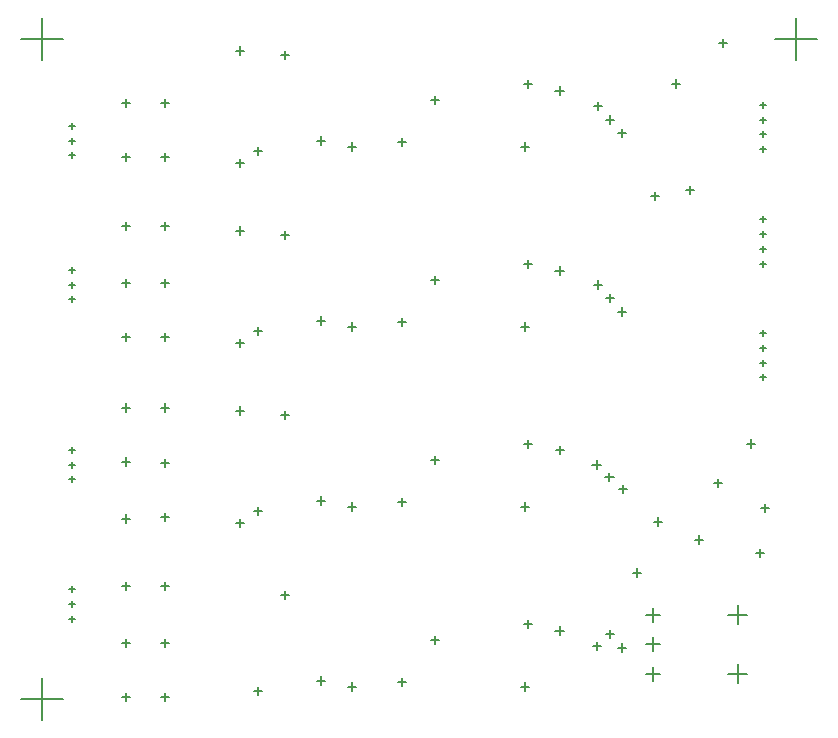
<source format=gbr>
%TF.GenerationSoftware,Altium Limited,Altium Designer,22.5.1 (42)*%
G04 Layer_Color=128*
%FSLAX45Y45*%
%MOMM*%
%TF.SameCoordinates,176CDB2E-7B72-45DB-8ACB-ACD3A9543041*%
%TF.FilePolarity,Positive*%
%TF.FileFunction,Drillmap*%
%TF.Part,Single*%
G01*
G75*
%TA.AperFunction,NonConductor*%
%ADD39C,0.12700*%
D39*
X6401200Y4957000D02*
X6451200D01*
X6426200Y4932000D02*
Y4982000D01*
X546500Y4904200D02*
X596500D01*
X571500Y4879200D02*
Y4929200D01*
X546500Y5029200D02*
X596500D01*
X571500Y5004200D02*
Y5054200D01*
X546500Y5154200D02*
X596500D01*
X571500Y5129200D02*
Y5179200D01*
X546500Y3935509D02*
X596500D01*
X571500Y3910509D02*
Y3960508D01*
X546500Y3810509D02*
X596500D01*
X571500Y3785509D02*
Y3835508D01*
X546500Y3685509D02*
X596500D01*
X571500Y3660509D02*
Y3710508D01*
X546500Y2161509D02*
X596500D01*
X571500Y2136509D02*
Y2186508D01*
X546500Y2286509D02*
X596500D01*
X571500Y2261509D02*
Y2311508D01*
X546500Y2411509D02*
X596500D01*
X571500Y2386509D02*
Y2436508D01*
X546500Y1231900D02*
X596500D01*
X571500Y1206900D02*
Y1256900D01*
X546500Y1106900D02*
X596500D01*
X571500Y1081900D02*
Y1131900D01*
X546500Y981900D02*
X596500D01*
X571500Y956900D02*
Y1006900D01*
X5432300Y1016000D02*
X5552300D01*
X5492300Y956000D02*
Y1076000D01*
X5432300Y766000D02*
X5552300D01*
X5492300Y706000D02*
Y826000D01*
X5432300Y516000D02*
X5552300D01*
X5492300Y456000D02*
Y576000D01*
X6130300Y1016000D02*
X6290300D01*
X6210300Y936000D02*
Y1096000D01*
X6130300Y516001D02*
X6290300D01*
X6210300Y436001D02*
Y596001D01*
X6401200Y5332000D02*
X6451200D01*
X6426200Y5307000D02*
Y5357000D01*
X6401200Y5207000D02*
X6451200D01*
X6426200Y5182000D02*
Y5232000D01*
X6401200Y5082000D02*
X6451200D01*
X6426200Y5057000D02*
Y5107000D01*
X6401200Y3987800D02*
X6451200D01*
X6426200Y3962800D02*
Y4012800D01*
X6401200Y4112800D02*
X6451200D01*
X6426200Y4087800D02*
Y4137800D01*
X6401200Y4237800D02*
X6451200D01*
X6426200Y4212800D02*
Y4262800D01*
X6401200Y4362800D02*
X6451200D01*
X6426200Y4337800D02*
Y4387800D01*
X6401200Y3399600D02*
X6451200D01*
X6426200Y3374600D02*
Y3424600D01*
X6401200Y3274600D02*
X6451200D01*
X6426200Y3249600D02*
Y3299600D01*
X6401200Y3149600D02*
X6451200D01*
X6426200Y3124600D02*
Y3174600D01*
X6401200Y3024600D02*
X6451200D01*
X6426200Y2999600D02*
Y3049600D01*
X5501640Y1803400D02*
X5572760D01*
X5537200Y1767840D02*
Y1838960D01*
X5196840Y736600D02*
X5267960D01*
X5232400Y701040D02*
Y772160D01*
X5323840Y1371600D02*
X5394960D01*
X5359400Y1336040D02*
Y1407160D01*
X5091634Y854050D02*
X5162754D01*
X5127194Y818490D02*
Y889610D01*
X4980940Y749300D02*
X5052060D01*
X5016500Y713740D02*
Y784860D01*
X6289040Y2463800D02*
X6360160D01*
X6324600Y2428240D02*
Y2499360D01*
X6365240Y1536700D02*
X6436360D01*
X6400800Y1501140D02*
Y1572260D01*
X6008521Y2132481D02*
X6079641D01*
X6044081Y2096921D02*
Y2168041D01*
X139700Y5892800D02*
X495300D01*
X317500Y5715000D02*
Y6070600D01*
X139700Y304800D02*
X495300D01*
X317500Y127000D02*
Y482600D01*
X6527800Y5892800D02*
X6883400D01*
X6705600Y5715000D02*
Y6070600D01*
X5203945Y2078296D02*
X5275065D01*
X5239505Y2042736D02*
Y2113856D01*
X5196840Y3581400D02*
X5267960D01*
X5232400Y3545840D02*
Y3616960D01*
X5476240Y4559300D02*
X5547360D01*
X5511800Y4523740D02*
Y4594860D01*
X5768340Y4610100D02*
X5839460D01*
X5803900Y4574540D02*
Y4645660D01*
X6047740Y5854700D02*
X6118860D01*
X6083300Y5819140D02*
Y5890260D01*
X5654040Y5511800D02*
X5725160D01*
X5689600Y5476240D02*
Y5547360D01*
X5844540Y1651000D02*
X5915660D01*
X5880100Y1615440D02*
Y1686560D01*
X6403340Y1917700D02*
X6474460D01*
X6438900Y1882140D02*
Y1953260D01*
X4993640Y5321300D02*
X5064760D01*
X5029200Y5285740D02*
Y5356860D01*
X5095240Y5207000D02*
X5166360D01*
X5130800Y5171440D02*
Y5242560D01*
X5196840Y5092700D02*
X5267960D01*
X5232400Y5057140D02*
Y5128260D01*
X5088029Y2179896D02*
X5159149D01*
X5123589Y2144336D02*
Y2215456D01*
X4979771Y2287162D02*
X5050891D01*
X5015331Y2251602D02*
Y2322722D01*
X5095240Y3695700D02*
X5166360D01*
X5130800Y3660140D02*
Y3731260D01*
X4993640Y3810000D02*
X5064760D01*
X5029200Y3774440D02*
Y3845560D01*
X993140Y3365500D02*
X1064260D01*
X1028700Y3329940D02*
Y3401060D01*
X993140Y4305300D02*
X1064260D01*
X1028700Y4269740D02*
Y4340860D01*
X993140Y3822700D02*
X1064260D01*
X1028700Y3787140D02*
Y3858260D01*
X1323340Y3365500D02*
X1394460D01*
X1358900Y3329940D02*
Y3401060D01*
X1323340Y3822700D02*
X1394460D01*
X1358900Y3787140D02*
Y3858260D01*
X1323340Y4305300D02*
X1394460D01*
X1358900Y4269740D02*
Y4340860D01*
X1958340Y3314700D02*
X2029460D01*
X1993900Y3279140D02*
Y3350260D01*
X1958340Y4267200D02*
X2029460D01*
X1993900Y4231640D02*
Y4302760D01*
X2110740Y3416300D02*
X2181860D01*
X2146300Y3380740D02*
Y3451860D01*
X2339340Y4229100D02*
X2410460D01*
X2374900Y4193540D02*
Y4264660D01*
X2644140Y3505200D02*
X2715260D01*
X2679700Y3469640D02*
Y3540760D01*
X2910840Y3454400D02*
X2981960D01*
X2946400Y3418840D02*
Y3489960D01*
X3329940Y3492500D02*
X3401060D01*
X3365500Y3456940D02*
Y3528060D01*
X4371340Y3454400D02*
X4442460D01*
X4406900Y3418840D02*
Y3489960D01*
X3609340Y3848100D02*
X3680460D01*
X3644900Y3812540D02*
Y3883660D01*
X4399196Y3985877D02*
X4470316D01*
X4434756Y3950317D02*
Y4021437D01*
X4666333Y3929540D02*
X4737453D01*
X4701893Y3893980D02*
Y3965100D01*
X2110740Y368300D02*
X2181860D01*
X2146300Y332740D02*
Y403860D01*
X1958340Y1790700D02*
X2029460D01*
X1993900Y1755140D02*
Y1826260D01*
X1958340Y2743200D02*
X2029460D01*
X1993900Y2707640D02*
Y2778760D01*
X1958340Y5791200D02*
X2029460D01*
X1993900Y5755640D02*
Y5826760D01*
X1958340Y4838700D02*
X2029460D01*
X1993900Y4803140D02*
Y4874260D01*
X4666333Y881540D02*
X4737453D01*
X4701893Y845980D02*
Y917100D01*
X4671104Y2409022D02*
X4742224D01*
X4706664Y2373462D02*
Y2444582D01*
X4667460Y5452908D02*
X4738580D01*
X4703020Y5417348D02*
Y5488468D01*
X993140Y774700D02*
X1064260D01*
X1028700Y739140D02*
Y810260D01*
X993140Y1257300D02*
X1064260D01*
X1028700Y1221740D02*
Y1292860D01*
X993140Y2311400D02*
X1064260D01*
X1028700Y2275840D02*
Y2346960D01*
X993140Y2768600D02*
X1064260D01*
X1028700Y2733040D02*
Y2804160D01*
X993140Y1828800D02*
X1064260D01*
X1028700Y1793240D02*
Y1864360D01*
X993140Y317500D02*
X1064260D01*
X1028700Y281940D02*
Y353060D01*
X993140Y4889500D02*
X1064260D01*
X1028700Y4853940D02*
Y4925060D01*
X993140Y5346700D02*
X1064260D01*
X1028700Y5311140D02*
Y5382260D01*
X2910840Y406400D02*
X2981960D01*
X2946400Y370840D02*
Y441960D01*
X1323340Y1257300D02*
X1394460D01*
X1358900Y1221740D02*
Y1292860D01*
X1323340Y2768600D02*
X1394460D01*
X1358900Y2733040D02*
Y2804160D01*
X1323340Y317500D02*
X1394460D01*
X1358900Y281940D02*
Y353060D01*
X2644140Y457200D02*
X2715260D01*
X2679700Y421640D02*
Y492760D01*
X1323340Y774700D02*
X1394460D01*
X1358900Y739140D02*
Y810260D01*
X2339340Y1181100D02*
X2410460D01*
X2374900Y1145540D02*
Y1216660D01*
X3329940Y444500D02*
X3401060D01*
X3365500Y408940D02*
Y480060D01*
X3609340Y800100D02*
X3680460D01*
X3644900Y764540D02*
Y835660D01*
X4371340Y406400D02*
X4442460D01*
X4406900Y370840D02*
Y441960D01*
X4399196Y937877D02*
X4470316D01*
X4434756Y902317D02*
Y973437D01*
X4399196Y5509877D02*
X4470316D01*
X4434756Y5474317D02*
Y5545437D01*
X3609340Y5372100D02*
X3680460D01*
X3644900Y5336540D02*
Y5407660D01*
X1323340Y5346700D02*
X1394460D01*
X1358900Y5311140D02*
Y5382260D01*
X3329940Y5016500D02*
X3401060D01*
X3365500Y4980940D02*
Y5052060D01*
X2910840Y4978400D02*
X2981960D01*
X2946400Y4942840D02*
Y5013960D01*
X2339340Y5753100D02*
X2410460D01*
X2374900Y5717540D02*
Y5788660D01*
X4371340Y4978400D02*
X4442460D01*
X4406900Y4942840D02*
Y5013960D01*
X1323340Y4889500D02*
X1394460D01*
X1358900Y4853940D02*
Y4925060D01*
X2110740Y4940300D02*
X2181860D01*
X2146300Y4904740D02*
Y4975860D01*
X2644140Y5029200D02*
X2715260D01*
X2679700Y4993640D02*
Y5064760D01*
X2110740Y1892300D02*
X2181860D01*
X2146300Y1856740D02*
Y1927860D01*
X2339340Y2705100D02*
X2410460D01*
X2374900Y2669540D02*
Y2740660D01*
X4371340Y1930400D02*
X4442460D01*
X4406900Y1894840D02*
Y1965960D01*
X2910840Y1930400D02*
X2981960D01*
X2946400Y1894840D02*
Y1965960D01*
X4399196Y2461877D02*
X4470316D01*
X4434756Y2426317D02*
Y2497437D01*
X1323340Y2298700D02*
X1394460D01*
X1358900Y2263140D02*
Y2334260D01*
X1323340Y1841500D02*
X1394460D01*
X1358900Y1805940D02*
Y1877060D01*
X2644140Y1981200D02*
X2715260D01*
X2679700Y1945640D02*
Y2016760D01*
X3329940Y1968500D02*
X3401060D01*
X3365500Y1932940D02*
Y2004060D01*
X3609340Y2324100D02*
X3680460D01*
X3644900Y2288540D02*
Y2359660D01*
%TF.MD5,65985bcad697e80a2bb5043b8e0195a4*%
M02*

</source>
